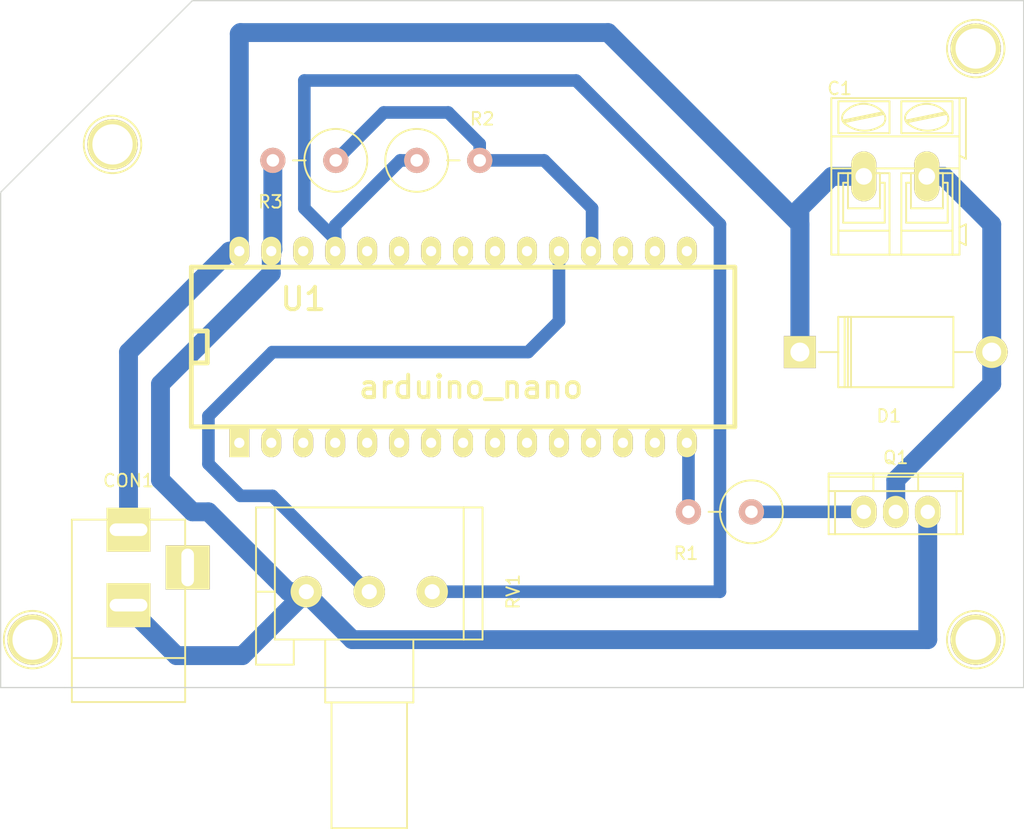
<source format=kicad_pcb>
(kicad_pcb (version 4) (host pcbnew "(2015-08-05 BZR 6055, Git fa29c62)-product")

  (general
    (links 16)
    (no_connects 0)
    (area 109.099329 76.807 191.820001 143.836081)
    (thickness 1.6)
    (drawings 6)
    (tracks 67)
    (zones 0)
    (modules 13)
    (nets 9)
  )

  (page A4)
  (layers
    (0 F.Cu signal)
    (31 B.Cu signal)
    (32 B.Adhes user)
    (33 F.Adhes user)
    (34 B.Paste user)
    (35 F.Paste user)
    (36 B.SilkS user)
    (37 F.SilkS user)
    (38 B.Mask user)
    (39 F.Mask user)
    (40 Dwgs.User user)
    (41 Cmts.User user)
    (42 Eco1.User user)
    (43 Eco2.User user)
    (44 Edge.Cuts user)
    (45 Margin user)
    (46 B.CrtYd user)
    (47 F.CrtYd user)
    (48 B.Fab user)
    (49 F.Fab user)
  )

  (setup
    (last_trace_width 1)
    (user_trace_width 1)
    (user_trace_width 1.5)
    (user_trace_width 2)
    (trace_clearance 0.254)
    (zone_clearance 0.508)
    (zone_45_only no)
    (trace_min 0.2)
    (segment_width 0.2)
    (edge_width 0.1)
    (via_size 2)
    (via_drill 0.75)
    (via_min_size 0.4)
    (via_min_drill 0.3)
    (uvia_size 2)
    (uvia_drill 1)
    (uvias_allowed no)
    (uvia_min_size 0.2)
    (uvia_min_drill 0.1)
    (pcb_text_width 0.3)
    (pcb_text_size 1.5 1.5)
    (mod_edge_width 0.15)
    (mod_text_size 1 1)
    (mod_text_width 0.15)
    (pad_size 4 4)
    (pad_drill 3.2)
    (pad_to_mask_clearance 0)
    (aux_axis_origin 0 0)
    (visible_elements 7FFFFFFF)
    (pcbplotparams
      (layerselection 0x00000_80000000)
      (usegerberextensions false)
      (excludeedgelayer false)
      (linewidth 0.100000)
      (plotframeref false)
      (viasonmask false)
      (mode 1)
      (useauxorigin false)
      (hpglpennumber 1)
      (hpglpenspeed 20)
      (hpglpendiameter 15)
      (hpglpenoverlay 2)
      (psnegative false)
      (psa4output false)
      (plotreference true)
      (plotvalue true)
      (plotinvisibletext false)
      (padsonsilk false)
      (subtractmaskfromsilk false)
      (outputformat 4)
      (mirror false)
      (drillshape 2)
      (scaleselection 1)
      (outputdirectory ""))
  )

  (net 0 "")
  (net 1 +12V)
  (net 2 "Net-(C1-Pad2)")
  (net 3 GND)
  (net 4 "Net-(Q1-Pad1)")
  (net 5 "Net-(R1-Pad2)")
  (net 6 +5V)
  (net 7 "Net-(R2-Pad2)")
  (net 8 "Net-(RV1-Pad2)")

  (net_class Default "This is the default net class."
    (clearance 0.254)
    (trace_width 1)
    (via_dia 2)
    (via_drill 0.75)
    (uvia_dia 2)
    (uvia_drill 1)
    (add_net "Net-(C1-Pad2)")
    (add_net "Net-(Q1-Pad1)")
    (add_net "Net-(R1-Pad2)")
    (add_net "Net-(R2-Pad2)")
    (add_net "Net-(RV1-Pad2)")
  )

  (net_class 5V ""
    (clearance 0.5)
    (trace_width 1.5)
    (via_dia 2.5)
    (via_drill 0.75)
    (uvia_dia 2.5)
    (uvia_drill 1.5)
    (add_net +12V)
    (add_net +5V)
  )

  (net_class GND ""
    (clearance 0.5)
    (trace_width 1.5)
    (via_dia 2.5)
    (via_drill 0.75)
    (uvia_dia 2.5)
    (uvia_drill 1.5)
    (add_net GND)
  )

  (module Connect:1pin (layer F.Cu) (tedit 561BA660) (tstamp 561BB099)
    (at 113.03 128.27)
    (descr "module 1 pin (ou trou mecanique de percage)")
    (tags DEV)
    (fp_text reference Mount (at 0 -3.048) (layer F.SilkS) hide
      (effects (font (size 1 1) (thickness 0.15)))
    )
    (fp_text value 1pin (at 0 2.794) (layer F.Fab) hide
      (effects (font (size 1 1) (thickness 0.15)))
    )
    (fp_circle (center 0 0) (end 0 -2.286) (layer F.SilkS) (width 0.15))
    (pad 1 thru_hole circle (at 0 0) (size 4 4) (drill 3.2) (layers *.Cu *.Mask F.SilkS))
  )

  (module Connect:1pin (layer F.Cu) (tedit 561BA660) (tstamp 561BA79E)
    (at 187.96 128.27)
    (descr "module 1 pin (ou trou mecanique de percage)")
    (tags DEV)
    (fp_text reference Mount (at 0 -3.048) (layer F.SilkS) hide
      (effects (font (size 1 1) (thickness 0.15)))
    )
    (fp_text value 1pin (at 0 2.794) (layer F.Fab) hide
      (effects (font (size 1 1) (thickness 0.15)))
    )
    (fp_circle (center 0 0) (end 0 -2.286) (layer F.SilkS) (width 0.15))
    (pad 1 thru_hole circle (at 0 0) (size 4 4) (drill 3.2) (layers *.Cu *.Mask F.SilkS))
  )

  (module Connect:1pin (layer F.Cu) (tedit 561BA660) (tstamp 561BA791)
    (at 187.96 81.28)
    (descr "module 1 pin (ou trou mecanique de percage)")
    (tags DEV)
    (fp_text reference Mount (at 0 -3.048) (layer F.SilkS) hide
      (effects (font (size 1 1) (thickness 0.15)))
    )
    (fp_text value 1pin (at 0 2.794) (layer F.Fab) hide
      (effects (font (size 1 1) (thickness 0.15)))
    )
    (fp_circle (center 0 0) (end 0 -2.286) (layer F.SilkS) (width 0.15))
    (pad 1 thru_hole circle (at 0 0) (size 4 4) (drill 3.2) (layers *.Cu *.Mask F.SilkS))
  )

  (module Connect:AK300-2 (layer F.Cu) (tedit 54792136) (tstamp 560E856D)
    (at 179.07 91.44)
    (descr CONNECTOR)
    (tags CONNECTOR)
    (path /55D488CE)
    (attr virtual)
    (fp_text reference C1 (at -1.92 -6.985) (layer F.SilkS)
      (effects (font (size 1 1) (thickness 0.15)))
    )
    (fp_text value DCONN_2 (at 2.779 7.747) (layer F.Fab)
      (effects (font (size 1 1) (thickness 0.15)))
    )
    (fp_line (start 8.363 -6.473) (end -2.83 -6.473) (layer F.CrtYd) (width 0.05))
    (fp_line (start 8.363 6.473) (end 8.363 -6.473) (layer F.CrtYd) (width 0.05))
    (fp_line (start -2.83 6.473) (end 8.363 6.473) (layer F.CrtYd) (width 0.05))
    (fp_line (start -2.83 -6.473) (end -2.83 6.473) (layer F.CrtYd) (width 0.05))
    (fp_line (start -1.2596 2.54) (end 1.2804 2.54) (layer F.SilkS) (width 0.15))
    (fp_line (start 1.2804 2.54) (end 1.2804 -0.254) (layer F.SilkS) (width 0.15))
    (fp_line (start -1.2596 -0.254) (end 1.2804 -0.254) (layer F.SilkS) (width 0.15))
    (fp_line (start -1.2596 2.54) (end -1.2596 -0.254) (layer F.SilkS) (width 0.15))
    (fp_line (start 3.7442 2.54) (end 6.2842 2.54) (layer F.SilkS) (width 0.15))
    (fp_line (start 6.2842 2.54) (end 6.2842 -0.254) (layer F.SilkS) (width 0.15))
    (fp_line (start 3.7442 -0.254) (end 6.2842 -0.254) (layer F.SilkS) (width 0.15))
    (fp_line (start 3.7442 2.54) (end 3.7442 -0.254) (layer F.SilkS) (width 0.15))
    (fp_line (start 7.605 -6.223) (end 7.605 -3.175) (layer F.SilkS) (width 0.15))
    (fp_line (start 7.605 -6.223) (end -2.58 -6.223) (layer F.SilkS) (width 0.15))
    (fp_line (start 7.605 -6.223) (end 8.113 -6.223) (layer F.SilkS) (width 0.15))
    (fp_line (start 8.113 -6.223) (end 8.113 -1.397) (layer F.SilkS) (width 0.15))
    (fp_line (start 8.113 -1.397) (end 7.605 -1.651) (layer F.SilkS) (width 0.15))
    (fp_line (start 8.113 5.461) (end 7.605 5.207) (layer F.SilkS) (width 0.15))
    (fp_line (start 7.605 5.207) (end 7.605 6.223) (layer F.SilkS) (width 0.15))
    (fp_line (start 8.113 3.81) (end 7.605 4.064) (layer F.SilkS) (width 0.15))
    (fp_line (start 7.605 4.064) (end 7.605 5.207) (layer F.SilkS) (width 0.15))
    (fp_line (start 8.113 3.81) (end 8.113 5.461) (layer F.SilkS) (width 0.15))
    (fp_line (start 2.9822 6.223) (end 2.9822 4.318) (layer F.SilkS) (width 0.15))
    (fp_line (start 7.0462 -0.254) (end 7.0462 4.318) (layer F.SilkS) (width 0.15))
    (fp_line (start 2.9822 6.223) (end 7.0462 6.223) (layer F.SilkS) (width 0.15))
    (fp_line (start 7.0462 6.223) (end 7.605 6.223) (layer F.SilkS) (width 0.15))
    (fp_line (start 2.0424 6.223) (end 2.0424 4.318) (layer F.SilkS) (width 0.15))
    (fp_line (start 2.0424 6.223) (end 2.9822 6.223) (layer F.SilkS) (width 0.15))
    (fp_line (start -2.0216 -0.254) (end -2.0216 4.318) (layer F.SilkS) (width 0.15))
    (fp_line (start -2.58 6.223) (end -2.0216 6.223) (layer F.SilkS) (width 0.15))
    (fp_line (start -2.0216 6.223) (end 2.0424 6.223) (layer F.SilkS) (width 0.15))
    (fp_line (start 2.9822 4.318) (end 7.0462 4.318) (layer F.SilkS) (width 0.15))
    (fp_line (start 2.9822 4.318) (end 2.9822 -0.254) (layer F.SilkS) (width 0.15))
    (fp_line (start 7.0462 4.318) (end 7.0462 6.223) (layer F.SilkS) (width 0.15))
    (fp_line (start 2.0424 4.318) (end -2.0216 4.318) (layer F.SilkS) (width 0.15))
    (fp_line (start 2.0424 4.318) (end 2.0424 -0.254) (layer F.SilkS) (width 0.15))
    (fp_line (start -2.0216 4.318) (end -2.0216 6.223) (layer F.SilkS) (width 0.15))
    (fp_line (start 6.6652 3.683) (end 6.6652 0.508) (layer F.SilkS) (width 0.15))
    (fp_line (start 6.6652 3.683) (end 3.3632 3.683) (layer F.SilkS) (width 0.15))
    (fp_line (start 3.3632 3.683) (end 3.3632 0.508) (layer F.SilkS) (width 0.15))
    (fp_line (start 1.6614 3.683) (end 1.6614 0.508) (layer F.SilkS) (width 0.15))
    (fp_line (start 1.6614 3.683) (end -1.6406 3.683) (layer F.SilkS) (width 0.15))
    (fp_line (start -1.6406 3.683) (end -1.6406 0.508) (layer F.SilkS) (width 0.15))
    (fp_line (start -1.6406 0.508) (end -1.2596 0.508) (layer F.SilkS) (width 0.15))
    (fp_line (start 1.6614 0.508) (end 1.2804 0.508) (layer F.SilkS) (width 0.15))
    (fp_line (start 3.3632 0.508) (end 3.7442 0.508) (layer F.SilkS) (width 0.15))
    (fp_line (start 6.6652 0.508) (end 6.2842 0.508) (layer F.SilkS) (width 0.15))
    (fp_line (start -2.58 6.223) (end -2.58 -0.635) (layer F.SilkS) (width 0.15))
    (fp_line (start -2.58 -0.635) (end -2.58 -3.175) (layer F.SilkS) (width 0.15))
    (fp_line (start 7.605 -1.651) (end 7.605 -0.635) (layer F.SilkS) (width 0.15))
    (fp_line (start 7.605 -0.635) (end 7.605 4.064) (layer F.SilkS) (width 0.15))
    (fp_line (start -2.58 -3.175) (end 7.605 -3.175) (layer F.SilkS) (width 0.15))
    (fp_line (start -2.58 -3.175) (end -2.58 -6.223) (layer F.SilkS) (width 0.15))
    (fp_line (start 7.605 -3.175) (end 7.605 -1.651) (layer F.SilkS) (width 0.15))
    (fp_line (start 2.9822 -3.429) (end 2.9822 -5.969) (layer F.SilkS) (width 0.15))
    (fp_line (start 2.9822 -5.969) (end 7.0462 -5.969) (layer F.SilkS) (width 0.15))
    (fp_line (start 7.0462 -5.969) (end 7.0462 -3.429) (layer F.SilkS) (width 0.15))
    (fp_line (start 7.0462 -3.429) (end 2.9822 -3.429) (layer F.SilkS) (width 0.15))
    (fp_line (start 2.0424 -3.429) (end 2.0424 -5.969) (layer F.SilkS) (width 0.15))
    (fp_line (start 2.0424 -3.429) (end -2.0216 -3.429) (layer F.SilkS) (width 0.15))
    (fp_line (start -2.0216 -3.429) (end -2.0216 -5.969) (layer F.SilkS) (width 0.15))
    (fp_line (start 2.0424 -5.969) (end -2.0216 -5.969) (layer F.SilkS) (width 0.15))
    (fp_line (start 3.3886 -4.445) (end 6.4366 -5.08) (layer F.SilkS) (width 0.15))
    (fp_line (start 3.5156 -4.318) (end 6.5636 -4.953) (layer F.SilkS) (width 0.15))
    (fp_line (start -1.6152 -4.445) (end 1.43534 -5.08) (layer F.SilkS) (width 0.15))
    (fp_line (start -1.4882 -4.318) (end 1.5598 -4.953) (layer F.SilkS) (width 0.15))
    (fp_line (start -2.0216 -0.254) (end -1.6406 -0.254) (layer F.SilkS) (width 0.15))
    (fp_line (start 2.0424 -0.254) (end 1.6614 -0.254) (layer F.SilkS) (width 0.15))
    (fp_line (start 1.6614 -0.254) (end -1.6406 -0.254) (layer F.SilkS) (width 0.15))
    (fp_line (start -2.58 -0.635) (end -1.6406 -0.635) (layer F.SilkS) (width 0.15))
    (fp_line (start -1.6406 -0.635) (end 1.6614 -0.635) (layer F.SilkS) (width 0.15))
    (fp_line (start 1.6614 -0.635) (end 3.3632 -0.635) (layer F.SilkS) (width 0.15))
    (fp_line (start 7.605 -0.635) (end 6.6652 -0.635) (layer F.SilkS) (width 0.15))
    (fp_line (start 6.6652 -0.635) (end 3.3632 -0.635) (layer F.SilkS) (width 0.15))
    (fp_line (start 7.0462 -0.254) (end 6.6652 -0.254) (layer F.SilkS) (width 0.15))
    (fp_line (start 2.9822 -0.254) (end 3.3632 -0.254) (layer F.SilkS) (width 0.15))
    (fp_line (start 3.3632 -0.254) (end 6.6652 -0.254) (layer F.SilkS) (width 0.15))
    (fp_arc (start 6.0302 -4.59486) (end 6.53566 -5.05206) (angle 90.5) (layer F.SilkS) (width 0.15))
    (fp_arc (start 5.065 -6.0706) (end 6.52804 -4.11734) (angle 75.5) (layer F.SilkS) (width 0.15))
    (fp_arc (start 4.98626 -3.7084) (end 3.3886 -5.0038) (angle 100) (layer F.SilkS) (width 0.15))
    (fp_arc (start 3.8712 -4.64566) (end 3.58164 -4.1275) (angle 104.2) (layer F.SilkS) (width 0.15))
    (fp_arc (start 1.0264 -4.59486) (end 1.5344 -5.05206) (angle 90.5) (layer F.SilkS) (width 0.15))
    (fp_arc (start 0.06374 -6.0706) (end 1.52678 -4.11734) (angle 75.5) (layer F.SilkS) (width 0.15))
    (fp_arc (start -0.01246 -3.7084) (end -1.6152 -5.0038) (angle 100) (layer F.SilkS) (width 0.15))
    (fp_arc (start -1.1326 -4.64566) (end -1.41962 -4.1275) (angle 104.2) (layer F.SilkS) (width 0.15))
    (pad 1 thru_hole oval (at 0 0) (size 1.9812 3.9624) (drill 1.3208) (layers *.Cu F.Paste F.SilkS F.Mask)
      (net 1 +12V))
    (pad 2 thru_hole oval (at 5 0) (size 1.9812 3.9624) (drill 1.3208) (layers *.Cu F.Paste F.SilkS F.Mask)
      (net 2 "Net-(C1-Pad2)"))
  )

  (module Connect:BARREL_JACK (layer F.Cu) (tedit 0) (tstamp 560E8574)
    (at 120.65 125.73 90)
    (descr "DC Barrel Jack")
    (tags "Power Jack")
    (path /55D47E87)
    (fp_text reference CON1 (at 10.09904 0 180) (layer F.SilkS)
      (effects (font (size 1 1) (thickness 0.15)))
    )
    (fp_text value BARREL_JACK (at 0 -5.99948 90) (layer F.Fab)
      (effects (font (size 1 1) (thickness 0.15)))
    )
    (fp_line (start -4.0005 -4.50088) (end -4.0005 4.50088) (layer F.SilkS) (width 0.15))
    (fp_line (start -7.50062 -4.50088) (end -7.50062 4.50088) (layer F.SilkS) (width 0.15))
    (fp_line (start -7.50062 4.50088) (end 7.00024 4.50088) (layer F.SilkS) (width 0.15))
    (fp_line (start 7.00024 4.50088) (end 7.00024 -4.50088) (layer F.SilkS) (width 0.15))
    (fp_line (start 7.00024 -4.50088) (end -7.50062 -4.50088) (layer F.SilkS) (width 0.15))
    (pad 1 thru_hole rect (at 6.20014 0 90) (size 3.50012 3.50012) (drill oval 1.00076 2.99974) (layers *.Cu *.Mask F.SilkS)
      (net 1 +12V))
    (pad 2 thru_hole rect (at 0.20066 0 90) (size 3.50012 3.50012) (drill oval 1.00076 2.99974) (layers *.Cu *.Mask F.SilkS)
      (net 3 GND))
    (pad 3 thru_hole rect (at 3.2004 4.699 90) (size 3.50012 3.50012) (drill oval 2.99974 1.00076) (layers *.Cu *.Mask F.SilkS))
  )

  (module Diodes_ThroughHole:Diode_DO-201AD_Horizontal_RM15 (layer F.Cu) (tedit 552FFBC7) (tstamp 560E857A)
    (at 173.99 105.41)
    (descr "Diode DO-201AD Horizontal")
    (tags "Diode DO-201AD Horizontal SB320 SB340 SB360")
    (path /55D45780)
    (fp_text reference D1 (at 7.06722 5.07704) (layer F.SilkS)
      (effects (font (size 1 1) (thickness 0.15)))
    )
    (fp_text value 1N4004 (at 7.82922 -4.82896) (layer F.Fab)
      (effects (font (size 1 1) (thickness 0.15)))
    )
    (fp_line (start 12.19322 -0.00296) (end 13.71722 -0.00296) (layer F.SilkS) (width 0.15))
    (fp_line (start 3.04922 -0.00296) (end 1.52522 -0.00296) (layer F.SilkS) (width 0.15))
    (fp_line (start 4.06522 -2.79696) (end 4.06522 2.79104) (layer F.SilkS) (width 0.15))
    (fp_line (start 3.81122 -2.79696) (end 3.81122 2.79104) (layer F.SilkS) (width 0.15))
    (fp_line (start 3.55722 -2.79696) (end 3.55722 2.79104) (layer F.SilkS) (width 0.15))
    (fp_line (start 3.04922 2.79104) (end 3.04922 -2.79696) (layer F.SilkS) (width 0.15))
    (fp_line (start 3.04922 -2.79696) (end 12.19322 -2.79696) (layer F.SilkS) (width 0.15))
    (fp_line (start 12.19322 -2.79696) (end 12.19322 2.79104) (layer F.SilkS) (width 0.15))
    (fp_line (start 12.19322 2.79104) (end 3.04922 2.79104) (layer F.SilkS) (width 0.15))
    (pad 2 thru_hole circle (at 15.24122 -0.00296 180) (size 2.54 2.54) (drill 1.50114) (layers *.Cu *.Mask F.SilkS)
      (net 2 "Net-(C1-Pad2)"))
    (pad 1 thru_hole rect (at 0.00122 -0.00296 180) (size 2.54 2.54) (drill 1.50114) (layers *.Cu *.Mask F.SilkS)
      (net 1 +12V))
  )

  (module Power_Integrations:TO-220 (layer F.Cu) (tedit 0) (tstamp 560E8581)
    (at 181.61 118.11)
    (descr "Non Isolated JEDEC TO-220 Package")
    (tags "Power Integration YN Package")
    (path /55D456D0)
    (fp_text reference Q1 (at 0 -4.318) (layer F.SilkS)
      (effects (font (size 1 1) (thickness 0.15)))
    )
    (fp_text value TIP120 (at 0 -4.318) (layer F.Fab)
      (effects (font (size 1 1) (thickness 0.15)))
    )
    (fp_line (start 4.826 -1.651) (end 4.826 1.778) (layer F.SilkS) (width 0.15))
    (fp_line (start -4.826 -1.651) (end -4.826 1.778) (layer F.SilkS) (width 0.15))
    (fp_line (start 5.334 -2.794) (end -5.334 -2.794) (layer F.SilkS) (width 0.15))
    (fp_line (start 1.778 -1.778) (end 1.778 -3.048) (layer F.SilkS) (width 0.15))
    (fp_line (start -1.778 -1.778) (end -1.778 -3.048) (layer F.SilkS) (width 0.15))
    (fp_line (start -5.334 -1.651) (end 5.334 -1.651) (layer F.SilkS) (width 0.15))
    (fp_line (start 5.334 1.778) (end -5.334 1.778) (layer F.SilkS) (width 0.15))
    (fp_line (start -5.334 -3.048) (end -5.334 1.778) (layer F.SilkS) (width 0.15))
    (fp_line (start 5.334 -3.048) (end 5.334 1.778) (layer F.SilkS) (width 0.15))
    (fp_line (start 5.334 -3.048) (end -5.334 -3.048) (layer F.SilkS) (width 0.15))
    (pad 2 thru_hole oval (at 0 0) (size 2.032 2.54) (drill 1.143) (layers *.Cu *.Mask F.SilkS)
      (net 2 "Net-(C1-Pad2)"))
    (pad 3 thru_hole oval (at 2.54 0) (size 2.032 2.54) (drill 1.143) (layers *.Cu *.Mask F.SilkS)
      (net 3 GND))
    (pad 1 thru_hole oval (at -2.54 0) (size 2.032 2.54) (drill 1.143) (layers *.Cu *.Mask F.SilkS)
      (net 4 "Net-(Q1-Pad1)"))
  )

  (module Resistors_ThroughHole:Resistor_Vertical_RM5mm (layer F.Cu) (tedit 0) (tstamp 560E8587)
    (at 167.64 118.11 180)
    (descr "Resistor, Vertical, RM 5mm, 1/3W,")
    (tags "Resistor, Vertical, RM 5mm, 1/3W,")
    (path /55D45729)
    (fp_text reference R1 (at 2.70002 -3.29946 180) (layer F.SilkS)
      (effects (font (size 1 1) (thickness 0.15)))
    )
    (fp_text value 2.2K (at 0 4.50088 180) (layer F.Fab)
      (effects (font (size 1 1) (thickness 0.15)))
    )
    (fp_line (start -0.09906 0) (end 0.9017 0) (layer F.SilkS) (width 0.15))
    (fp_circle (center -2.49936 0) (end 0 0) (layer F.SilkS) (width 0.15))
    (pad 1 thru_hole circle (at -2.49936 0 180) (size 1.99898 1.99898) (drill 1.00076) (layers *.Cu *.SilkS *.Mask)
      (net 4 "Net-(Q1-Pad1)"))
    (pad 2 thru_hole circle (at 2.5019 0 180) (size 1.99898 1.99898) (drill 1.00076) (layers *.Cu *.SilkS *.Mask)
      (net 5 "Net-(R1-Pad2)"))
  )

  (module Resistors_ThroughHole:Resistor_Vertical_RM5mm (layer F.Cu) (tedit 0) (tstamp 560E858D)
    (at 146.05 90.17)
    (descr "Resistor, Vertical, RM 5mm, 1/3W,")
    (tags "Resistor, Vertical, RM 5mm, 1/3W,")
    (path /55D5A9D9)
    (fp_text reference R2 (at 2.70002 -3.29946) (layer F.SilkS)
      (effects (font (size 1 1) (thickness 0.15)))
    )
    (fp_text value PHOTORESISTOR (at 0 4.50088) (layer F.Fab)
      (effects (font (size 1 1) (thickness 0.15)))
    )
    (fp_line (start -0.09906 0) (end 0.9017 0) (layer F.SilkS) (width 0.15))
    (fp_circle (center -2.49936 0) (end 0 0) (layer F.SilkS) (width 0.15))
    (pad 1 thru_hole circle (at -2.49936 0) (size 1.99898 1.99898) (drill 1.00076) (layers *.Cu *.SilkS *.Mask)
      (net 6 +5V))
    (pad 2 thru_hole circle (at 2.5019 0) (size 1.99898 1.99898) (drill 1.00076) (layers *.Cu *.SilkS *.Mask)
      (net 7 "Net-(R2-Pad2)"))
  )

  (module Resistors_ThroughHole:Resistor_Vertical_RM5mm (layer F.Cu) (tedit 0) (tstamp 560E8593)
    (at 134.62 90.17 180)
    (descr "Resistor, Vertical, RM 5mm, 1/3W,")
    (tags "Resistor, Vertical, RM 5mm, 1/3W,")
    (path /55D5AD14)
    (fp_text reference R3 (at 2.70002 -3.29946 180) (layer F.SilkS)
      (effects (font (size 1 1) (thickness 0.15)))
    )
    (fp_text value 470 (at 0 4.50088 180) (layer F.Fab)
      (effects (font (size 1 1) (thickness 0.15)))
    )
    (fp_line (start -0.09906 0) (end 0.9017 0) (layer F.SilkS) (width 0.15))
    (fp_circle (center -2.49936 0) (end 0 0) (layer F.SilkS) (width 0.15))
    (pad 1 thru_hole circle (at -2.49936 0 180) (size 1.99898 1.99898) (drill 1.00076) (layers *.Cu *.SilkS *.Mask)
      (net 7 "Net-(R2-Pad2)"))
    (pad 2 thru_hole circle (at 2.5019 0 180) (size 1.99898 1.99898) (drill 1.00076) (layers *.Cu *.SilkS *.Mask)
      (net 3 GND))
  )

  (module Potentiometers:Potentiometer_Alps-RK16-single (layer F.Cu) (tedit 5446FD75) (tstamp 560E859A)
    (at 144.78 124.46 270)
    (descr "Potentiometer, Alps, RK16, single, RevA, 30 July 2010,")
    (tags "Potentiometer, Alps, RK16, single, RevA, 30 July 2010,")
    (path /55E93CB9)
    (fp_text reference RV1 (at 0 -6.42874 270) (layer F.SilkS)
      (effects (font (size 1 1) (thickness 0.15)))
    )
    (fp_text value POT (at 0 16.43126 270) (layer F.Fab)
      (effects (font (size 1 1) (thickness 0.15)))
    )
    (fp_line (start 0 14.00048) (end -6.70052 14.00048) (layer F.SilkS) (width 0.15))
    (fp_line (start -6.70052 14.00048) (end -6.70052 12.40028) (layer F.SilkS) (width 0.15))
    (fp_line (start 3.79984 -2.49936) (end 3.79984 -3.99796) (layer F.SilkS) (width 0.15))
    (fp_line (start 3.79984 -3.99796) (end -6.70052 -3.99796) (layer F.SilkS) (width 0.15))
    (fp_line (start -6.70052 -3.99796) (end -6.70052 -2.49936) (layer F.SilkS) (width 0.15))
    (fp_line (start 3.79984 11.00074) (end 5.79882 11.00074) (layer F.SilkS) (width 0.15))
    (fp_line (start 5.79882 11.00074) (end 5.79882 14.00048) (layer F.SilkS) (width 0.15))
    (fp_line (start 5.79882 14.00048) (end 0 14.00048) (layer F.SilkS) (width 0.15))
    (fp_line (start 0 14.00048) (end 0 12.50188) (layer F.SilkS) (width 0.15))
    (fp_line (start 8.8011 2.00152) (end 18.80108 2.00152) (layer F.SilkS) (width 0.15))
    (fp_line (start 18.80108 2.00152) (end 18.80108 8.001) (layer F.SilkS) (width 0.15))
    (fp_line (start 18.80108 8.001) (end 8.8011 8.001) (layer F.SilkS) (width 0.15))
    (fp_line (start 3.79984 1.50114) (end 8.8011 1.50114) (layer F.SilkS) (width 0.15))
    (fp_line (start 8.8011 1.50114) (end 8.8011 8.50138) (layer F.SilkS) (width 0.15))
    (fp_line (start 8.8011 8.50138) (end 3.79984 8.50138) (layer F.SilkS) (width 0.15))
    (fp_line (start 3.79984 -2.49936) (end -6.70052 -2.49936) (layer F.SilkS) (width 0.15))
    (fp_line (start -6.70052 -2.49936) (end -6.70052 12.50188) (layer F.SilkS) (width 0.15))
    (fp_line (start -6.70052 12.50188) (end 3.79984 12.50188) (layer F.SilkS) (width 0.15))
    (fp_line (start 3.79984 12.50188) (end 3.79984 -2.49936) (layer F.SilkS) (width 0.15))
    (pad 2 thru_hole circle (at 0 5.00126 270) (size 2.49936 2.49936) (drill 1.19888) (layers *.Cu *.Mask F.SilkS)
      (net 8 "Net-(RV1-Pad2)"))
    (pad 3 thru_hole circle (at 0 10.00252 270) (size 2.49936 2.49936) (drill 1.19888) (layers *.Cu *.Mask F.SilkS)
      (net 3 GND))
    (pad 1 thru_hole circle (at 0 0 270) (size 2.49936 2.49936) (drill 1.19888) (layers *.Cu *.Mask F.SilkS)
      (net 6 +5V))
  )

  (module lib:arduino_nano (layer F.Cu) (tedit 55D5B92E) (tstamp 560E85BC)
    (at 148.5011 105.0036)
    (descr "30 pins DIL package, elliptical pads, width 600mil (arduino nano)")
    (tags "DIL arduino nano")
    (path /55D46E8E)
    (fp_text reference U1 (at -13.97 -3.81) (layer F.SilkS)
      (effects (font (size 1.778 1.778) (thickness 0.3048)))
    )
    (fp_text value arduino_nano (at -0.635 3.175) (layer F.SilkS)
      (effects (font (size 1.778 1.778) (thickness 0.3048)))
    )
    (fp_line (start -22.86 -6.35) (end 20.32 -6.35) (layer F.SilkS) (width 0.381))
    (fp_line (start 20.32 -6.35) (end 20.32 6.35) (layer F.SilkS) (width 0.381))
    (fp_line (start 20.32 6.35) (end -22.86 6.35) (layer F.SilkS) (width 0.381))
    (fp_line (start -22.86 6.35) (end -22.86 -6.35) (layer F.SilkS) (width 0.381))
    (fp_line (start -22.86 1.27) (end -21.59 1.27) (layer F.SilkS) (width 0.381))
    (fp_line (start -21.59 1.27) (end -21.59 -1.27) (layer F.SilkS) (width 0.381))
    (fp_line (start -21.59 -1.27) (end -22.86 -1.27) (layer F.SilkS) (width 0.381))
    (pad TX1 thru_hole rect (at -19.05 7.62) (size 1.5748 2.286) (drill 0.8128) (layers *.Cu *.Mask F.SilkS))
    (pad RX0 thru_hole oval (at -16.51 7.62) (size 1.5748 2.286) (drill 0.8128) (layers *.Cu *.Mask F.SilkS))
    (pad RST1 thru_hole oval (at -13.97 7.62) (size 1.5748 2.286) (drill 0.8128) (layers *.Cu *.Mask F.SilkS))
    (pad GND1 thru_hole oval (at -11.43 7.62) (size 1.5748 2.286) (drill 0.8128) (layers *.Cu *.Mask F.SilkS))
    (pad D2 thru_hole oval (at -8.89 7.62) (size 1.5748 2.286) (drill 0.8128) (layers *.Cu *.Mask F.SilkS))
    (pad D3 thru_hole oval (at -6.35 7.62) (size 1.5748 2.286) (drill 0.8128) (layers *.Cu *.Mask F.SilkS))
    (pad D4 thru_hole oval (at -3.81 7.62) (size 1.5748 2.286) (drill 0.8128) (layers *.Cu *.Mask F.SilkS))
    (pad D5 thru_hole oval (at -1.27 7.62) (size 1.5748 2.286) (drill 0.8128) (layers *.Cu *.Mask F.SilkS))
    (pad D6 thru_hole oval (at 1.27 7.62) (size 1.5748 2.286) (drill 0.8128) (layers *.Cu *.Mask F.SilkS))
    (pad D7 thru_hole oval (at 3.81 7.62) (size 1.5748 2.286) (drill 0.8128) (layers *.Cu *.Mask F.SilkS))
    (pad D8 thru_hole oval (at 6.35 7.62) (size 1.5748 2.286) (drill 0.8128) (layers *.Cu *.Mask F.SilkS))
    (pad D9 thru_hole oval (at 8.89 7.62) (size 1.5748 2.286) (drill 0.8128) (layers *.Cu *.Mask F.SilkS))
    (pad D10 thru_hole oval (at 11.43 7.62) (size 1.5748 2.286) (drill 0.8128) (layers *.Cu *.Mask F.SilkS))
    (pad D11 thru_hole oval (at 13.97 7.62) (size 1.5748 2.286) (drill 0.8128) (layers *.Cu *.Mask F.SilkS))
    (pad D12 thru_hole oval (at 16.51 7.62) (size 1.5748 2.286) (drill 0.8128) (layers *.Cu *.Mask F.SilkS)
      (net 5 "Net-(R1-Pad2)"))
    (pad D13 thru_hole oval (at 16.51 -7.62) (size 1.5748 2.286) (drill 0.8128) (layers *.Cu *.Mask F.SilkS))
    (pad 3V3 thru_hole oval (at 13.97 -7.62) (size 1.5748 2.286) (drill 0.8128) (layers *.Cu *.Mask F.SilkS))
    (pad REF thru_hole oval (at 11.43 -7.62) (size 1.5748 2.286) (drill 0.8128) (layers *.Cu *.Mask F.SilkS))
    (pad A0 thru_hole oval (at 8.89 -7.62) (size 1.5748 2.286) (drill 0.8128) (layers *.Cu *.Mask F.SilkS)
      (net 7 "Net-(R2-Pad2)"))
    (pad A1 thru_hole oval (at 6.35 -7.62) (size 1.5748 2.286) (drill 0.8128) (layers *.Cu *.Mask F.SilkS)
      (net 8 "Net-(RV1-Pad2)"))
    (pad A2 thru_hole oval (at 3.81 -7.62) (size 1.5748 2.286) (drill 0.8128) (layers *.Cu *.Mask F.SilkS))
    (pad A3 thru_hole oval (at 1.27 -7.62) (size 1.5748 2.286) (drill 0.8128) (layers *.Cu *.Mask F.SilkS))
    (pad A4 thru_hole oval (at -1.27 -7.62) (size 1.5748 2.286) (drill 0.8128) (layers *.Cu *.Mask F.SilkS))
    (pad A5 thru_hole oval (at -3.81 -7.62) (size 1.5748 2.286) (drill 0.8128) (layers *.Cu *.Mask F.SilkS))
    (pad A6 thru_hole oval (at -6.35 -7.62) (size 1.5748 2.286) (drill 0.8128) (layers *.Cu *.Mask F.SilkS))
    (pad A7 thru_hole oval (at -8.89 -7.62) (size 1.5748 2.286) (drill 0.8128) (layers *.Cu *.Mask F.SilkS))
    (pad 5V thru_hole oval (at -11.43 -7.62) (size 1.5748 2.286) (drill 0.8128) (layers *.Cu *.Mask F.SilkS)
      (net 6 +5V))
    (pad RST thru_hole oval (at -13.97 -7.62) (size 1.5748 2.286) (drill 0.8128) (layers *.Cu *.Mask F.SilkS))
    (pad GND thru_hole oval (at -16.51 -7.62) (size 1.5748 2.286) (drill 0.8128) (layers *.Cu *.Mask F.SilkS)
      (net 3 GND))
    (pad VIN thru_hole oval (at -19.05 -7.62) (size 1.5748 2.286) (drill 0.8128) (layers *.Cu *.Mask F.SilkS)
      (net 1 +12V))
  )

  (module Connect:1pin (layer F.Cu) (tedit 561BA660) (tstamp 561BA572)
    (at 119.38 88.9)
    (descr "module 1 pin (ou trou mecanique de percage)")
    (tags DEV)
    (fp_text reference Mount (at 0 -3.048) (layer F.SilkS) hide
      (effects (font (size 1 1) (thickness 0.15)))
    )
    (fp_text value 1pin (at 0 2.794) (layer F.Fab) hide
      (effects (font (size 1 1) (thickness 0.15)))
    )
    (fp_circle (center 0 0) (end 0 -2.286) (layer F.SilkS) (width 0.15))
    (pad 1 thru_hole circle (at 0 0) (size 4 4) (drill 3.2) (layers *.Cu *.Mask F.SilkS))
  )

  (gr_line (start 191.77 77.47) (end 125.73 77.47) (angle 90) (layer Edge.Cuts) (width 0.1))
  (gr_line (start 110.49 92.71) (end 110.49 132.08) (angle 90) (layer Edge.Cuts) (width 0.1))
  (gr_line (start 125.73 77.47) (end 110.49 92.71) (angle 90) (layer Edge.Cuts) (width 0.1))
  (gr_line (start 115.57 132.08) (end 110.49 132.08) (angle 90) (layer Edge.Cuts) (width 0.1))
  (gr_line (start 191.77 132.08) (end 115.57 132.08) (angle 90) (layer Edge.Cuts) (width 0.1))
  (gr_line (start 191.77 77.47) (end 191.77 132.08) (angle 90) (layer Edge.Cuts) (width 0.1))

  (segment (start 120.65 119.52986) (end 120.65 105.41) (width 1.5) (layer B.Cu) (net 1))
  (segment (start 120.65 105.41) (end 128.6764 97.3836) (width 1.5) (layer B.Cu) (net 1) (tstamp 56197644))
  (segment (start 128.6764 97.3836) (end 129.4511 97.3836) (width 1.5) (layer B.Cu) (net 1) (tstamp 56197654))
  (segment (start 173.99122 105.40704) (end 173.99122 95.25122) (width 1.5) (layer B.Cu) (net 1))
  (segment (start 129.4511 80.0989) (end 129.4511 97.3836) (width 1.5) (layer B.Cu) (net 1) (tstamp 5616DD34))
  (segment (start 129.54 80.01) (end 129.4511 80.0989) (width 1.5) (layer B.Cu) (net 1) (tstamp 5616DD33))
  (segment (start 158.75 80.01) (end 129.54 80.01) (width 1.5) (layer B.Cu) (net 1) (tstamp 5616DD2A))
  (segment (start 173.99122 95.25122) (end 158.75 80.01) (width 1.5) (layer B.Cu) (net 1) (tstamp 5616DD26))
  (segment (start 179.07 91.44) (end 176.53 91.44) (width 1.5) (layer B.Cu) (net 1))
  (segment (start 173.99122 93.97878) (end 173.99122 105.40704) (width 1.5) (layer B.Cu) (net 1) (tstamp 5616DC63))
  (segment (start 176.53 91.44) (end 173.99122 93.97878) (width 1.5) (layer B.Cu) (net 1) (tstamp 5616DC5F))
  (segment (start 189.23122 105.40704) (end 189.23122 95.25122) (width 1.5) (layer B.Cu) (net 2))
  (segment (start 185.42 91.44) (end 184.07 91.44) (width 1.5) (layer B.Cu) (net 2) (tstamp 5619773A))
  (segment (start 189.23122 95.25122) (end 185.42 91.44) (width 1.5) (layer B.Cu) (net 2) (tstamp 56197737))
  (segment (start 181.61 118.11) (end 181.61 115.57) (width 1.5) (layer B.Cu) (net 2))
  (segment (start 189.23122 107.94878) (end 189.23122 105.40704) (width 1.5) (layer B.Cu) (net 2) (tstamp 5619772B))
  (segment (start 181.61 115.57) (end 189.23122 107.94878) (width 1.5) (layer B.Cu) (net 2) (tstamp 56197721))
  (segment (start 134.77748 124.46) (end 134.77748 124.61748) (width 1.5) (layer B.Cu) (net 3))
  (segment (start 134.77748 124.61748) (end 138.43 128.27) (width 1.5) (layer B.Cu) (net 3) (tstamp 56197708))
  (segment (start 184.15 128.27) (end 184.15 118.11) (width 1.5) (layer B.Cu) (net 3) (tstamp 56197712))
  (segment (start 138.43 128.27) (end 184.15 128.27) (width 1.5) (layer B.Cu) (net 3) (tstamp 5619770B))
  (segment (start 131.9911 97.3836) (end 131.9911 99.1489) (width 1.5) (layer B.Cu) (net 3))
  (segment (start 133.35 124.46) (end 134.77748 124.46) (width 1.5) (layer B.Cu) (net 3) (tstamp 561976DA))
  (segment (start 127 118.11) (end 133.35 124.46) (width 1.5) (layer B.Cu) (net 3) (tstamp 561976D4))
  (segment (start 125.73 118.11) (end 127 118.11) (width 1.5) (layer B.Cu) (net 3) (tstamp 561976CF))
  (segment (start 123.19 115.57) (end 125.73 118.11) (width 1.5) (layer B.Cu) (net 3) (tstamp 561976C8))
  (segment (start 123.19 107.95) (end 123.19 115.57) (width 1.5) (layer B.Cu) (net 3) (tstamp 561976C5))
  (segment (start 131.9911 99.1489) (end 123.19 107.95) (width 1.5) (layer B.Cu) (net 3) (tstamp 561976C1))
  (segment (start 120.65 125.52934) (end 120.65 125.73) (width 1.5) (layer B.Cu) (net 3))
  (segment (start 120.65 125.73) (end 124.46 129.54) (width 1.5) (layer B.Cu) (net 3) (tstamp 5619766E))
  (segment (start 124.46 129.54) (end 129.69748 129.54) (width 1.5) (layer B.Cu) (net 3) (tstamp 56197672))
  (segment (start 129.69748 129.54) (end 134.77748 124.46) (width 1.5) (layer B.Cu) (net 3) (tstamp 56197675))
  (segment (start 131.9911 97.8789) (end 131.9911 97.3836) (width 1) (layer B.Cu) (net 3) (tstamp 5616DBEC))
  (segment (start 134.77748 124.46) (end 134.62 124.46) (width 1) (layer B.Cu) (net 3))
  (segment (start 132.08 97.4725) (end 131.9911 97.3836) (width 1) (layer B.Cu) (net 3) (tstamp 5616DB81))
  (segment (start 132.1181 90.17) (end 132.1181 97.2566) (width 1.5) (layer B.Cu) (net 3))
  (segment (start 132.1181 97.2566) (end 131.9911 97.3836) (width 1.5) (layer B.Cu) (net 3) (tstamp 5616DADB))
  (segment (start 170.13936 118.11) (end 179.07 118.11) (width 1) (layer B.Cu) (net 4))
  (segment (start 165.1381 118.11) (end 165.1381 112.7506) (width 1) (layer B.Cu) (net 5))
  (segment (start 165.1381 112.7506) (end 165.0111 112.6236) (width 1) (layer B.Cu) (net 5) (tstamp 5616DBA1))
  (segment (start 167.64 124.46) (end 167.64 95.25) (width 1) (layer B.Cu) (net 6))
  (segment (start 144.78 124.46) (end 167.64 124.46) (width 1) (layer B.Cu) (net 6))
  (segment (start 134.62 93.98) (end 137.0711 96.4311) (width 1) (layer B.Cu) (net 6) (tstamp 5616DD0E))
  (segment (start 134.62 83.82) (end 134.62 93.98) (width 1) (layer B.Cu) (net 6) (tstamp 5616DD0D))
  (segment (start 156.21 83.82) (end 134.62 83.82) (width 1) (layer B.Cu) (net 6) (tstamp 5616DD02))
  (segment (start 167.64 95.25) (end 156.21 83.82) (width 1) (layer B.Cu) (net 6) (tstamp 5616DCFF))
  (segment (start 137.0711 96.4311) (end 137.0711 97.3836) (width 1) (layer B.Cu) (net 6) (tstamp 5616DD15))
  (segment (start 143.55064 90.17) (end 142.24 90.17) (width 1) (layer B.Cu) (net 6))
  (segment (start 137.0711 95.3389) (end 137.0711 97.3836) (width 1) (layer B.Cu) (net 6) (tstamp 5616DAF6))
  (segment (start 142.24 90.17) (end 137.0711 95.3389) (width 1) (layer B.Cu) (net 6) (tstamp 5616DAF3))
  (segment (start 148.5519 90.17) (end 153.67 90.17) (width 1) (layer B.Cu) (net 7))
  (segment (start 157.48 93.98) (end 157.48 97.2947) (width 1) (layer B.Cu) (net 7) (tstamp 5616DD4F))
  (segment (start 153.67 90.17) (end 157.48 93.98) (width 1) (layer B.Cu) (net 7) (tstamp 5616DD49))
  (segment (start 157.48 97.2947) (end 157.3911 97.3836) (width 1) (layer B.Cu) (net 7) (tstamp 5616DD50))
  (segment (start 148.5519 90.17) (end 148.5519 88.8619) (width 1) (layer B.Cu) (net 7))
  (segment (start 140.92936 86.36) (end 137.11936 90.17) (width 1) (layer B.Cu) (net 7) (tstamp 5616DABC))
  (segment (start 146.05 86.36) (end 140.92936 86.36) (width 1) (layer B.Cu) (net 7) (tstamp 5616DAB9))
  (segment (start 148.5519 88.8619) (end 146.05 86.36) (width 1) (layer B.Cu) (net 7) (tstamp 5616DAA4))
  (segment (start 139.77874 124.46) (end 139.7 124.46) (width 1) (layer B.Cu) (net 8))
  (segment (start 139.7 124.46) (end 132.08 116.84) (width 1) (layer B.Cu) (net 8) (tstamp 56197776))
  (segment (start 154.8511 102.9589) (end 154.8511 97.3836) (width 1) (layer B.Cu) (net 8) (tstamp 56197795))
  (segment (start 152.4 105.41) (end 154.8511 102.9589) (width 1) (layer B.Cu) (net 8) (tstamp 56197792))
  (segment (start 132.08 105.41) (end 152.4 105.41) (width 1) (layer B.Cu) (net 8) (tstamp 5619778E))
  (segment (start 127 110.49) (end 132.08 105.41) (width 1) (layer B.Cu) (net 8) (tstamp 5619778B))
  (segment (start 127 114.3) (end 127 110.49) (width 1) (layer B.Cu) (net 8) (tstamp 56197787))
  (segment (start 129.54 116.84) (end 127 114.3) (width 1) (layer B.Cu) (net 8) (tstamp 5619777E))
  (segment (start 132.08 116.84) (end 129.54 116.84) (width 1) (layer B.Cu) (net 8) (tstamp 5619777B))

)

</source>
